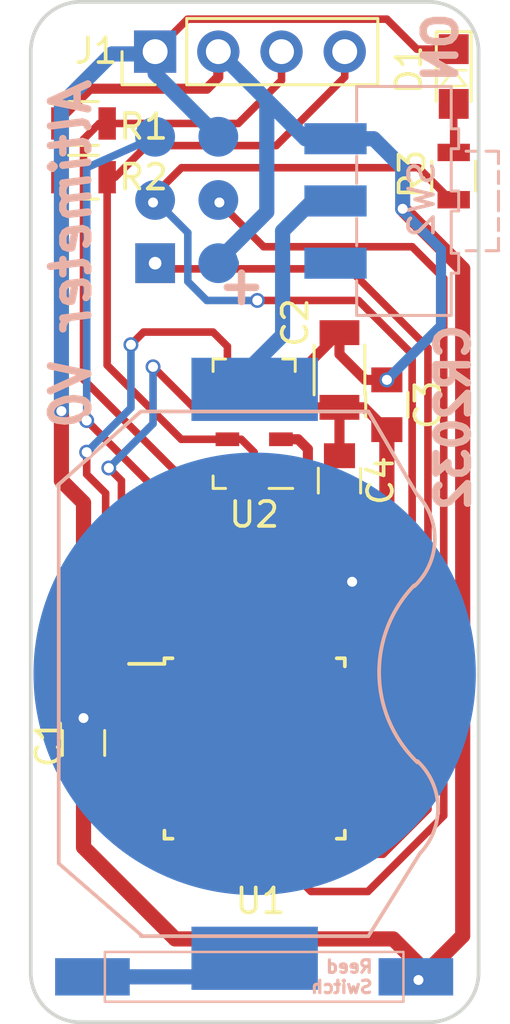
<source format=kicad_pcb>
(kicad_pcb (version 4) (host pcbnew 4.0.7)

  (general
    (links 42)
    (no_connects 1)
    (area 128.104999 73.524999 146.255001 114.675001)
    (thickness 1.6)
    (drawings 19)
    (tracks 207)
    (zones 0)
    (modules 15)
    (nets 33)
  )

  (page A4)
  (layers
    (0 F.Cu signal)
    (31 B.Cu signal)
    (32 B.Adhes user)
    (33 F.Adhes user)
    (34 B.Paste user)
    (35 F.Paste user)
    (36 B.SilkS user)
    (37 F.SilkS user)
    (38 B.Mask user)
    (39 F.Mask user)
    (40 Dwgs.User user hide)
    (41 Cmts.User user)
    (42 Eco1.User user)
    (43 Eco2.User user hide)
    (44 Edge.Cuts user)
    (45 Margin user)
    (46 B.CrtYd user)
    (47 F.CrtYd user)
    (48 B.Fab user)
    (49 F.Fab user hide)
  )

  (setup
    (last_trace_width 0.4064)
    (user_trace_width 0.254)
    (user_trace_width 0.3048)
    (user_trace_width 0.4064)
    (user_trace_width 0.6096)
    (trace_clearance 0.2)
    (zone_clearance 0.508)
    (zone_45_only no)
    (trace_min 0.2)
    (segment_width 0.2)
    (edge_width 0.15)
    (via_size 0.6)
    (via_drill 0.4)
    (via_min_size 0.4)
    (via_min_drill 0.3)
    (uvia_size 0.3)
    (uvia_drill 0.1)
    (uvias_allowed no)
    (uvia_min_size 0.2)
    (uvia_min_drill 0.1)
    (pcb_text_width 0.3)
    (pcb_text_size 1.5 1.5)
    (mod_edge_width 0.15)
    (mod_text_size 1 1)
    (mod_text_width 0.15)
    (pad_size 1.6 1.6)
    (pad_drill 0.508)
    (pad_to_mask_clearance 0)
    (aux_axis_origin -2.54 3.81)
    (grid_origin 170.18 101.6)
    (visible_elements 7FFFFFFF)
    (pcbplotparams
      (layerselection 0x00030_80000001)
      (usegerberextensions false)
      (excludeedgelayer true)
      (linewidth 0.100000)
      (plotframeref false)
      (viasonmask false)
      (mode 1)
      (useauxorigin false)
      (hpglpennumber 1)
      (hpglpenspeed 20)
      (hpglpendiameter 15)
      (hpglpenoverlay 2)
      (psnegative false)
      (psa4output false)
      (plotreference true)
      (plotvalue true)
      (plotinvisibletext false)
      (padsonsilk false)
      (subtractmaskfromsilk false)
      (outputformat 1)
      (mirror false)
      (drillshape 1)
      (scaleselection 1)
      (outputdirectory ""))
  )

  (net 0 "")
  (net 1 "Net-(BT1-Pad1)")
  (net 2 "Net-(D1-Pad2)")
  (net 3 GND)
  (net 4 VCC)
  (net 5 "Net-(C4-Pad1)")
  (net 6 /MISO)
  (net 7 /SCK)
  (net 8 /MOSI)
  (net 9 /RESET)
  (net 10 /SCL)
  (net 11 /SDA)
  (net 12 /INT2)
  (net 13 "Net-(U1-Pad2)")
  (net 14 "Net-(U1-Pad7)")
  (net 15 "Net-(U1-Pad8)")
  (net 16 "Net-(U1-Pad9)")
  (net 17 "Net-(U1-Pad10)")
  (net 18 "Net-(U1-Pad11)")
  (net 19 "Net-(U1-Pad12)")
  (net 20 "Net-(U1-Pad13)")
  (net 21 "Net-(U1-Pad14)")
  (net 22 "Net-(U1-Pad19)")
  (net 23 "Net-(U1-Pad20)")
  (net 24 "Net-(U1-Pad22)")
  (net 25 "Net-(U1-Pad23)")
  (net 26 "Net-(U1-Pad24)")
  (net 27 "Net-(U1-Pad25)")
  (net 28 "Net-(U1-Pad26)")
  (net 29 "Net-(U1-Pad30)")
  (net 30 "Net-(U1-Pad31)")
  (net 31 /INT1)
  (net 32 "Net-(SW2-Pad3)")

  (net_class Default "This is the default net class."
    (clearance 0.2)
    (trace_width 0.25)
    (via_dia 0.6)
    (via_drill 0.4)
    (uvia_dia 0.3)
    (uvia_drill 0.1)
    (add_net /INT1)
    (add_net /INT2)
    (add_net /MISO)
    (add_net /MOSI)
    (add_net /RESET)
    (add_net /SCK)
    (add_net /SCL)
    (add_net /SDA)
    (add_net GND)
    (add_net "Net-(BT1-Pad1)")
    (add_net "Net-(C4-Pad1)")
    (add_net "Net-(D1-Pad2)")
    (add_net "Net-(SW2-Pad3)")
    (add_net "Net-(U1-Pad10)")
    (add_net "Net-(U1-Pad11)")
    (add_net "Net-(U1-Pad12)")
    (add_net "Net-(U1-Pad13)")
    (add_net "Net-(U1-Pad14)")
    (add_net "Net-(U1-Pad19)")
    (add_net "Net-(U1-Pad2)")
    (add_net "Net-(U1-Pad20)")
    (add_net "Net-(U1-Pad22)")
    (add_net "Net-(U1-Pad23)")
    (add_net "Net-(U1-Pad24)")
    (add_net "Net-(U1-Pad25)")
    (add_net "Net-(U1-Pad26)")
    (add_net "Net-(U1-Pad30)")
    (add_net "Net-(U1-Pad31)")
    (add_net "Net-(U1-Pad7)")
    (add_net "Net-(U1-Pad8)")
    (add_net "Net-(U1-Pad9)")
    (add_net VCC)
  )

  (module LEDs:LED_0805 (layer F.Cu) (tedit 5B4A3517) (tstamp 5B4A3A59)
    (at 145.18 76.6 270)
    (descr "LED 0805 smd package")
    (tags "LED led 0805 SMD smd SMT smt smdled SMDLED smtled SMTLED")
    (path /5B4A84E5)
    (attr smd)
    (fp_text reference D1 (at -0.273 1.797 270) (layer F.SilkS)
      (effects (font (size 1 1) (thickness 0.15)))
    )
    (fp_text value LED (at 0 1.55 270) (layer F.Fab)
      (effects (font (size 1 1) (thickness 0.15)))
    )
    (fp_line (start -0.254 0) (end 0.381 -0.508) (layer F.SilkS) (width 0.1))
    (fp_line (start 0.381 -0.508) (end 0.381 0.508) (layer F.SilkS) (width 0.1))
    (fp_line (start 0.381 0.508) (end -0.254 0) (layer F.SilkS) (width 0.1))
    (fp_line (start -0.254 -0.508) (end -0.254 0.508) (layer F.SilkS) (width 0.1))
    (fp_line (start -1.8 -0.7) (end -1.8 0.7) (layer F.SilkS) (width 0.12))
    (fp_line (start -0.4 -0.4) (end -0.4 0.4) (layer F.Fab) (width 0.1))
    (fp_line (start -0.4 0) (end 0.2 -0.4) (layer F.Fab) (width 0.1))
    (fp_line (start 0.2 0.4) (end -0.4 0) (layer F.Fab) (width 0.1))
    (fp_line (start 0.2 -0.4) (end 0.2 0.4) (layer F.Fab) (width 0.1))
    (fp_line (start 1 0.6) (end -1 0.6) (layer F.Fab) (width 0.1))
    (fp_line (start 1 -0.6) (end 1 0.6) (layer F.Fab) (width 0.1))
    (fp_line (start -1 -0.6) (end 1 -0.6) (layer F.Fab) (width 0.1))
    (fp_line (start -1 0.6) (end -1 -0.6) (layer F.Fab) (width 0.1))
    (fp_line (start -1.8 0.7) (end 1 0.7) (layer F.SilkS) (width 0.12))
    (fp_line (start -1.8 -0.7) (end 1 -0.7) (layer F.SilkS) (width 0.12))
    (fp_line (start 1.95 -0.85) (end 1.95 0.85) (layer F.CrtYd) (width 0.05))
    (fp_line (start 1.95 0.85) (end -1.95 0.85) (layer F.CrtYd) (width 0.05))
    (fp_line (start -1.95 0.85) (end -1.95 -0.85) (layer F.CrtYd) (width 0.05))
    (fp_line (start -1.95 -0.85) (end 1.95 -0.85) (layer F.CrtYd) (width 0.05))
    (fp_text user %R (at 0 -1.25 270) (layer F.Fab)
      (effects (font (size 0.4 0.4) (thickness 0.1)))
    )
    (pad 2 smd rect (at 1.1 0 90) (size 1.2 1.2) (layers F.Cu F.Paste F.Mask)
      (net 2 "Net-(D1-Pad2)"))
    (pad 1 smd rect (at -1.1 0 90) (size 1.2 1.2) (layers F.Cu F.Paste F.Mask)
      (net 3 GND))
    (model ${KISYS3DMOD}/LEDs.3dshapes/LED_0805.wrl
      (at (xyz 0 0 0))
      (scale (xyz 1 1 1))
      (rotate (xyz 0 0 180))
    )
  )

  (module myFootPrints:BATT_CR2032_SMD (layer B.Cu) (tedit 56CFB5D2) (tstamp 5B4A0E4F)
    (at 137.18 100.6 270)
    (tags battery)
    (path /5AF1FE3D)
    (fp_text reference BT1 (at 0 -5.08 270) (layer B.SilkS) hide
      (effects (font (size 1.72974 1.08712) (thickness 0.27178)) (justify mirror))
    )
    (fp_text value Battery_Cell (at 0 2.54 270) (layer B.SilkS) hide
      (effects (font (size 1.524 1.016) (thickness 0.254)) (justify mirror))
    )
    (fp_line (start -7.1755 -6.5405) (end -10.541 -4.572) (layer B.SilkS) (width 0.15))
    (fp_line (start 7.1755 -6.6675) (end 10.541 -4.572) (layer B.SilkS) (width 0.15))
    (fp_arc (start -5.4229 -4.6355) (end -3.5179 -6.4135) (angle -90) (layer B.SilkS) (width 0.15))
    (fp_arc (start 5.4102 -4.7625) (end 7.1882 -6.6675) (angle -90) (layer B.SilkS) (width 0.15))
    (fp_arc (start -0.0635 -10.033) (end -3.556 -6.4135) (angle -90) (layer B.SilkS) (width 0.15))
    (fp_line (start 7.62 7.874) (end 10.541 4.5085) (layer B.SilkS) (width 0.15))
    (fp_line (start -10.541 4.572) (end -7.5565 7.9375) (layer B.SilkS) (width 0.15))
    (fp_line (start -7.62 7.874) (end 7.62 7.874) (layer B.SilkS) (width 0.15))
    (fp_line (start -10.541 -4.572) (end -10.541 4.572) (layer B.SilkS) (width 0.15))
    (fp_line (start 10.541 -4.572) (end 10.541 4.572) (layer B.SilkS) (width 0.15))
    (fp_circle (center 0 0) (end -10.16 0) (layer Dwgs.User) (width 0.15))
    (pad 2 smd circle (at 0 0 270) (size 17.78 17.78) (layers B.Cu B.Paste B.Mask)
      (net 3 GND))
    (pad 1 smd rect (at -11.43 0 270) (size 2.54 5.08) (layers B.Cu B.Paste B.Mask)
      (net 1 "Net-(BT1-Pad1)"))
    (pad 1 smd rect (at 11.43 0 270) (size 2.54 5.08) (layers B.Cu B.Paste B.Mask)
      (net 1 "Net-(BT1-Pad1)"))
  )

  (module footprints:REED_SWITCH (layer B.Cu) (tedit 5B4A3603) (tstamp 5B4A15D7)
    (at 137.16 112.776 180)
    (descr "Resistor SMD 1206, reflow soldering, Vishay (see dcrcw.pdf)")
    (tags "resistor 1206")
    (path /5B4A076E)
    (attr smd)
    (fp_text reference SW1 (at 0 1.85 180) (layer B.SilkS) hide
      (effects (font (size 1 1) (thickness 0.15)) (justify mirror))
    )
    (fp_text value SW_Reed (at 0 -1.143 180) (layer B.SilkS) hide
      (effects (font (size 1 1) (thickness 0.15)) (justify mirror))
    )
    (fp_line (start -6 1) (end 6 1) (layer B.SilkS) (width 0.1))
    (fp_line (start 6 1) (end 6 -1) (layer B.SilkS) (width 0.1))
    (fp_line (start 6 -1) (end -6 -1) (layer B.SilkS) (width 0.1))
    (fp_line (start -6 -1) (end -6 1) (layer B.SilkS) (width 0.1))
    (fp_text user %R (at 0 0 180) (layer B.Fab)
      (effects (font (size 0.7 0.7) (thickness 0.105)) (justify mirror))
    )
    (fp_line (start -2.15 1.11) (end 2.15 1.11) (layer B.CrtYd) (width 0.05))
    (fp_line (start -2.15 1.11) (end -2.15 -1.1) (layer B.CrtYd) (width 0.05))
    (fp_line (start 2.15 -1.1) (end 2.15 1.11) (layer B.CrtYd) (width 0.05))
    (fp_line (start 2.15 -1.1) (end -2.15 -1.1) (layer B.CrtYd) (width 0.05))
    (pad 1 smd rect (at -6.5 0 180) (size 3 1.5) (layers B.Cu B.Paste B.Mask)
      (net 4 VCC))
    (pad 2 smd rect (at 6.5 0 180) (size 3 1.5) (layers B.Cu B.Paste B.Mask)
      (net 1 "Net-(BT1-Pad1)"))
    (model ${KISYS3DMOD}/Resistors_SMD.3dshapes/R_1206.wrl
      (at (xyz 0 0 0))
      (scale (xyz 1 1 1))
      (rotate (xyz 0 0 0))
    )
  )

  (module Capacitors_SMD:C_0805 (layer F.Cu) (tedit 5B4A3552) (tstamp 5B4A3A16)
    (at 130.302 103.378 270)
    (descr "Capacitor SMD 0805, reflow soldering, AVX (see smccp.pdf)")
    (tags "capacitor 0805")
    (path /5B4A3F76)
    (attr smd)
    (fp_text reference C1 (at 0 1.397 270) (layer F.SilkS)
      (effects (font (size 1 1) (thickness 0.15)))
    )
    (fp_text value 0.1uF (at 0 1.75 270) (layer F.Fab)
      (effects (font (size 1 1) (thickness 0.15)))
    )
    (fp_text user %R (at 0 -1.5 270) (layer F.Fab)
      (effects (font (size 1 1) (thickness 0.15)))
    )
    (fp_line (start -1 0.62) (end -1 -0.62) (layer F.Fab) (width 0.1))
    (fp_line (start 1 0.62) (end -1 0.62) (layer F.Fab) (width 0.1))
    (fp_line (start 1 -0.62) (end 1 0.62) (layer F.Fab) (width 0.1))
    (fp_line (start -1 -0.62) (end 1 -0.62) (layer F.Fab) (width 0.1))
    (fp_line (start 0.5 -0.85) (end -0.5 -0.85) (layer F.SilkS) (width 0.12))
    (fp_line (start -0.5 0.85) (end 0.5 0.85) (layer F.SilkS) (width 0.12))
    (fp_line (start -1.75 -0.88) (end 1.75 -0.88) (layer F.CrtYd) (width 0.05))
    (fp_line (start -1.75 -0.88) (end -1.75 0.87) (layer F.CrtYd) (width 0.05))
    (fp_line (start 1.75 0.87) (end 1.75 -0.88) (layer F.CrtYd) (width 0.05))
    (fp_line (start 1.75 0.87) (end -1.75 0.87) (layer F.CrtYd) (width 0.05))
    (pad 1 smd rect (at -1 0 270) (size 1 1.25) (layers F.Cu F.Paste F.Mask)
      (net 3 GND))
    (pad 2 smd rect (at 1 0 270) (size 1 1.25) (layers F.Cu F.Paste F.Mask)
      (net 4 VCC))
    (model Capacitors_SMD.3dshapes/C_0805.wrl
      (at (xyz 0 0 0))
      (scale (xyz 1 1 1))
      (rotate (xyz 0 0 0))
    )
  )

  (module Capacitors_SMD:C_1206 (layer F.Cu) (tedit 5B4A353C) (tstamp 5B4A3A27)
    (at 140.589 88.392 270)
    (descr "Capacitor SMD 1206, reflow soldering, AVX (see smccp.pdf)")
    (tags "capacitor 1206")
    (path /5B4A34FF)
    (attr smd)
    (fp_text reference C2 (at -1.905 1.778 270) (layer F.SilkS)
      (effects (font (size 1 1) (thickness 0.15)))
    )
    (fp_text value 10uF (at 0 2 270) (layer F.Fab)
      (effects (font (size 1 1) (thickness 0.15)))
    )
    (fp_text user %R (at 0 -1.75 270) (layer F.Fab)
      (effects (font (size 1 1) (thickness 0.15)))
    )
    (fp_line (start -1.6 0.8) (end -1.6 -0.8) (layer F.Fab) (width 0.1))
    (fp_line (start 1.6 0.8) (end -1.6 0.8) (layer F.Fab) (width 0.1))
    (fp_line (start 1.6 -0.8) (end 1.6 0.8) (layer F.Fab) (width 0.1))
    (fp_line (start -1.6 -0.8) (end 1.6 -0.8) (layer F.Fab) (width 0.1))
    (fp_line (start 1 -1.02) (end -1 -1.02) (layer F.SilkS) (width 0.12))
    (fp_line (start -1 1.02) (end 1 1.02) (layer F.SilkS) (width 0.12))
    (fp_line (start -2.25 -1.05) (end 2.25 -1.05) (layer F.CrtYd) (width 0.05))
    (fp_line (start -2.25 -1.05) (end -2.25 1.05) (layer F.CrtYd) (width 0.05))
    (fp_line (start 2.25 1.05) (end 2.25 -1.05) (layer F.CrtYd) (width 0.05))
    (fp_line (start 2.25 1.05) (end -2.25 1.05) (layer F.CrtYd) (width 0.05))
    (pad 1 smd rect (at -1.5 0 270) (size 1 1.6) (layers F.Cu F.Paste F.Mask)
      (net 4 VCC))
    (pad 2 smd rect (at 1.5 0 270) (size 1 1.6) (layers F.Cu F.Paste F.Mask)
      (net 3 GND))
    (model Capacitors_SMD.3dshapes/C_1206.wrl
      (at (xyz 0 0 0))
      (scale (xyz 1 1 1))
      (rotate (xyz 0 0 0))
    )
  )

  (module Capacitors_SMD:C_0805 (layer F.Cu) (tedit 5B4A3541) (tstamp 5B4A3A38)
    (at 142.494 89.789 270)
    (descr "Capacitor SMD 0805, reflow soldering, AVX (see smccp.pdf)")
    (tags "capacitor 0805")
    (path /5B4A364F)
    (attr smd)
    (fp_text reference C3 (at 0 -1.651 270) (layer F.SilkS)
      (effects (font (size 1 1) (thickness 0.15)))
    )
    (fp_text value 0.1uF (at 0 1.75 270) (layer F.Fab)
      (effects (font (size 1 1) (thickness 0.15)))
    )
    (fp_text user %R (at 0 -1.5 270) (layer F.Fab)
      (effects (font (size 1 1) (thickness 0.15)))
    )
    (fp_line (start -1 0.62) (end -1 -0.62) (layer F.Fab) (width 0.1))
    (fp_line (start 1 0.62) (end -1 0.62) (layer F.Fab) (width 0.1))
    (fp_line (start 1 -0.62) (end 1 0.62) (layer F.Fab) (width 0.1))
    (fp_line (start -1 -0.62) (end 1 -0.62) (layer F.Fab) (width 0.1))
    (fp_line (start 0.5 -0.85) (end -0.5 -0.85) (layer F.SilkS) (width 0.12))
    (fp_line (start -0.5 0.85) (end 0.5 0.85) (layer F.SilkS) (width 0.12))
    (fp_line (start -1.75 -0.88) (end 1.75 -0.88) (layer F.CrtYd) (width 0.05))
    (fp_line (start -1.75 -0.88) (end -1.75 0.87) (layer F.CrtYd) (width 0.05))
    (fp_line (start 1.75 0.87) (end 1.75 -0.88) (layer F.CrtYd) (width 0.05))
    (fp_line (start 1.75 0.87) (end -1.75 0.87) (layer F.CrtYd) (width 0.05))
    (pad 1 smd rect (at -1 0 270) (size 1 1.25) (layers F.Cu F.Paste F.Mask)
      (net 4 VCC))
    (pad 2 smd rect (at 1 0 270) (size 1 1.25) (layers F.Cu F.Paste F.Mask)
      (net 3 GND))
    (model Capacitors_SMD.3dshapes/C_0805.wrl
      (at (xyz 0 0 0))
      (scale (xyz 1 1 1))
      (rotate (xyz 0 0 0))
    )
  )

  (module Capacitors_SMD:C_0805 (layer F.Cu) (tedit 5B4A3569) (tstamp 5B4A3A49)
    (at 140.589 92.837 90)
    (descr "Capacitor SMD 0805, reflow soldering, AVX (see smccp.pdf)")
    (tags "capacitor 0805")
    (path /5B4A29A6)
    (attr smd)
    (fp_text reference C4 (at 0 1.651 90) (layer F.SilkS)
      (effects (font (size 1 1) (thickness 0.15)))
    )
    (fp_text value 0.1uF (at 0 1.75 90) (layer F.Fab)
      (effects (font (size 1 1) (thickness 0.15)))
    )
    (fp_text user %R (at 0 -1.5 90) (layer F.Fab)
      (effects (font (size 1 1) (thickness 0.15)))
    )
    (fp_line (start -1 0.62) (end -1 -0.62) (layer F.Fab) (width 0.1))
    (fp_line (start 1 0.62) (end -1 0.62) (layer F.Fab) (width 0.1))
    (fp_line (start 1 -0.62) (end 1 0.62) (layer F.Fab) (width 0.1))
    (fp_line (start -1 -0.62) (end 1 -0.62) (layer F.Fab) (width 0.1))
    (fp_line (start 0.5 -0.85) (end -0.5 -0.85) (layer F.SilkS) (width 0.12))
    (fp_line (start -0.5 0.85) (end 0.5 0.85) (layer F.SilkS) (width 0.12))
    (fp_line (start -1.75 -0.88) (end 1.75 -0.88) (layer F.CrtYd) (width 0.05))
    (fp_line (start -1.75 -0.88) (end -1.75 0.87) (layer F.CrtYd) (width 0.05))
    (fp_line (start 1.75 0.87) (end 1.75 -0.88) (layer F.CrtYd) (width 0.05))
    (fp_line (start 1.75 0.87) (end -1.75 0.87) (layer F.CrtYd) (width 0.05))
    (pad 1 smd rect (at -1 0 90) (size 1 1.25) (layers F.Cu F.Paste F.Mask)
      (net 5 "Net-(C4-Pad1)"))
    (pad 2 smd rect (at 1 0 90) (size 1 1.25) (layers F.Cu F.Paste F.Mask)
      (net 3 GND))
    (model Capacitors_SMD.3dshapes/C_0805.wrl
      (at (xyz 0 0 0))
      (scale (xyz 1 1 1))
      (rotate (xyz 0 0 0))
    )
  )

  (module myFootPrints:AVR-ISP-6 (layer B.Cu) (tedit 5B4A3A0A) (tstamp 5B4A3A53)
    (at 133.18 84.1)
    (descr "6-lead dip package, row spacing 7.62 mm (300 mils)")
    (tags "dil dip 2.54 300")
    (path /5B4A5ED5)
    (fp_text reference CON1 (at 0 2.54) (layer B.SilkS) hide
      (effects (font (size 1 1) (thickness 0.15)) (justify mirror))
    )
    (fp_text value AVR-ISP-6 (at 0 3.72) (layer B.Fab) hide
      (effects (font (size 1 1) (thickness 0.15)) (justify mirror))
    )
    (pad 1 thru_hole rect (at 0 0) (size 1.6 1.6) (drill 0.508) (layers *.Cu B.Mask)
      (net 6 /MISO))
    (pad 2 smd circle (at 2.54 0) (size 1.6 1.6) (layers B.Cu B.Paste B.Mask)
      (net 4 VCC))
    (pad 3 smd oval (at 0 -2.54) (size 1.6 1.6) (layers B.Cu B.Paste B.Mask)
      (net 7 /SCK))
    (pad 4 smd oval (at 2.54 -2.54) (size 1.6 1.6) (layers B.Cu B.Paste B.Mask)
      (net 8 /MOSI))
    (pad 5 smd oval (at 0 -5.08) (size 1.6 1.6) (layers B.Cu B.Paste B.Mask)
      (net 9 /RESET))
    (pad 6 smd oval (at 2.54 -5.08) (size 1.6 1.6) (layers B.Cu B.Paste B.Mask)
      (net 3 GND))
  )

  (module Pin_Headers:Pin_Header_Straight_1x04_Pitch2.54mm (layer F.Cu) (tedit 5B4A358B) (tstamp 5B4A3A71)
    (at 133.18 75.6 90)
    (descr "Through hole straight pin header, 1x04, 2.54mm pitch, single row")
    (tags "Through hole pin header THT 1x04 2.54mm single row")
    (path /5B4A13C3)
    (fp_text reference J1 (at 0.035 -2.37 180) (layer F.SilkS)
      (effects (font (size 1 1) (thickness 0.15)))
    )
    (fp_text value Display (at 0 9.95 90) (layer F.Fab)
      (effects (font (size 1 1) (thickness 0.15)))
    )
    (fp_line (start -0.635 -1.27) (end 1.27 -1.27) (layer F.Fab) (width 0.1))
    (fp_line (start 1.27 -1.27) (end 1.27 8.89) (layer F.Fab) (width 0.1))
    (fp_line (start 1.27 8.89) (end -1.27 8.89) (layer F.Fab) (width 0.1))
    (fp_line (start -1.27 8.89) (end -1.27 -0.635) (layer F.Fab) (width 0.1))
    (fp_line (start -1.27 -0.635) (end -0.635 -1.27) (layer F.Fab) (width 0.1))
    (fp_line (start -1.33 8.95) (end 1.33 8.95) (layer F.SilkS) (width 0.12))
    (fp_line (start -1.33 1.27) (end -1.33 8.95) (layer F.SilkS) (width 0.12))
    (fp_line (start 1.33 1.27) (end 1.33 8.95) (layer F.SilkS) (width 0.12))
    (fp_line (start -1.33 1.27) (end 1.33 1.27) (layer F.SilkS) (width 0.12))
    (fp_line (start -1.33 0) (end -1.33 -1.33) (layer F.SilkS) (width 0.12))
    (fp_line (start -1.33 -1.33) (end 0 -1.33) (layer F.SilkS) (width 0.12))
    (fp_line (start -1.8 -1.8) (end -1.8 9.4) (layer F.CrtYd) (width 0.05))
    (fp_line (start -1.8 9.4) (end 1.8 9.4) (layer F.CrtYd) (width 0.05))
    (fp_line (start 1.8 9.4) (end 1.8 -1.8) (layer F.CrtYd) (width 0.05))
    (fp_line (start 1.8 -1.8) (end -1.8 -1.8) (layer F.CrtYd) (width 0.05))
    (fp_text user %R (at 0 3.81 180) (layer F.Fab)
      (effects (font (size 1 1) (thickness 0.15)))
    )
    (pad 1 thru_hole rect (at 0 0 90) (size 1.7 1.7) (drill 1) (layers *.Cu *.Mask)
      (net 3 GND))
    (pad 2 thru_hole oval (at 0 2.54 90) (size 1.7 1.7) (drill 1) (layers *.Cu *.Mask)
      (net 4 VCC))
    (pad 3 thru_hole oval (at 0 5.08 90) (size 1.7 1.7) (drill 1) (layers *.Cu *.Mask)
      (net 10 /SCL))
    (pad 4 thru_hole oval (at 0 7.62 90) (size 1.7 1.7) (drill 1) (layers *.Cu *.Mask)
      (net 11 /SDA))
    (model ${KISYS3DMOD}/Pin_Headers.3dshapes/Pin_Header_Straight_1x04_Pitch2.54mm.wrl
      (at (xyz 0 0 0))
      (scale (xyz 1 1 1))
      (rotate (xyz 0 0 0))
    )
  )

  (module Resistors_SMD:R_0805 (layer F.Cu) (tedit 5B4A3587) (tstamp 5B4A3A82)
    (at 130.302 78.486)
    (descr "Resistor SMD 0805, reflow soldering, Vishay (see dcrcw.pdf)")
    (tags "resistor 0805")
    (path /5B4A2460)
    (attr smd)
    (fp_text reference R1 (at 2.413 0.127) (layer F.SilkS)
      (effects (font (size 1 1) (thickness 0.15)))
    )
    (fp_text value 1K (at 0 1.75) (layer F.Fab)
      (effects (font (size 1 1) (thickness 0.15)))
    )
    (fp_text user %R (at 0 0) (layer F.Fab)
      (effects (font (size 0.5 0.5) (thickness 0.075)))
    )
    (fp_line (start -1 0.62) (end -1 -0.62) (layer F.Fab) (width 0.1))
    (fp_line (start 1 0.62) (end -1 0.62) (layer F.Fab) (width 0.1))
    (fp_line (start 1 -0.62) (end 1 0.62) (layer F.Fab) (width 0.1))
    (fp_line (start -1 -0.62) (end 1 -0.62) (layer F.Fab) (width 0.1))
    (fp_line (start 0.6 0.88) (end -0.6 0.88) (layer F.SilkS) (width 0.12))
    (fp_line (start -0.6 -0.88) (end 0.6 -0.88) (layer F.SilkS) (width 0.12))
    (fp_line (start -1.55 -0.9) (end 1.55 -0.9) (layer F.CrtYd) (width 0.05))
    (fp_line (start -1.55 -0.9) (end -1.55 0.9) (layer F.CrtYd) (width 0.05))
    (fp_line (start 1.55 0.9) (end 1.55 -0.9) (layer F.CrtYd) (width 0.05))
    (fp_line (start 1.55 0.9) (end -1.55 0.9) (layer F.CrtYd) (width 0.05))
    (pad 1 smd rect (at -0.95 0) (size 0.7 1.3) (layers F.Cu F.Paste F.Mask)
      (net 4 VCC))
    (pad 2 smd rect (at 0.95 0) (size 0.7 1.3) (layers F.Cu F.Paste F.Mask)
      (net 10 /SCL))
    (model ${KISYS3DMOD}/Resistors_SMD.3dshapes/R_0805.wrl
      (at (xyz 0 0 0))
      (scale (xyz 1 1 1))
      (rotate (xyz 0 0 0))
    )
  )

  (module Resistors_SMD:R_0805 (layer F.Cu) (tedit 5B4A3574) (tstamp 5B4A3A93)
    (at 130.302 80.645)
    (descr "Resistor SMD 0805, reflow soldering, Vishay (see dcrcw.pdf)")
    (tags "resistor 0805")
    (path /5B4A240C)
    (attr smd)
    (fp_text reference R2 (at 2.413 0) (layer F.SilkS)
      (effects (font (size 1 1) (thickness 0.15)))
    )
    (fp_text value 1K (at 0 1.75) (layer F.Fab)
      (effects (font (size 1 1) (thickness 0.15)))
    )
    (fp_text user %R (at 0 0) (layer F.Fab)
      (effects (font (size 0.5 0.5) (thickness 0.075)))
    )
    (fp_line (start -1 0.62) (end -1 -0.62) (layer F.Fab) (width 0.1))
    (fp_line (start 1 0.62) (end -1 0.62) (layer F.Fab) (width 0.1))
    (fp_line (start 1 -0.62) (end 1 0.62) (layer F.Fab) (width 0.1))
    (fp_line (start -1 -0.62) (end 1 -0.62) (layer F.Fab) (width 0.1))
    (fp_line (start 0.6 0.88) (end -0.6 0.88) (layer F.SilkS) (width 0.12))
    (fp_line (start -0.6 -0.88) (end 0.6 -0.88) (layer F.SilkS) (width 0.12))
    (fp_line (start -1.55 -0.9) (end 1.55 -0.9) (layer F.CrtYd) (width 0.05))
    (fp_line (start -1.55 -0.9) (end -1.55 0.9) (layer F.CrtYd) (width 0.05))
    (fp_line (start 1.55 0.9) (end 1.55 -0.9) (layer F.CrtYd) (width 0.05))
    (fp_line (start 1.55 0.9) (end -1.55 0.9) (layer F.CrtYd) (width 0.05))
    (pad 1 smd rect (at -0.95 0) (size 0.7 1.3) (layers F.Cu F.Paste F.Mask)
      (net 4 VCC))
    (pad 2 smd rect (at 0.95 0) (size 0.7 1.3) (layers F.Cu F.Paste F.Mask)
      (net 11 /SDA))
    (model ${KISYS3DMOD}/Resistors_SMD.3dshapes/R_0805.wrl
      (at (xyz 0 0 0))
      (scale (xyz 1 1 1))
      (rotate (xyz 0 0 0))
    )
  )

  (module Resistors_SMD:R_0805 (layer F.Cu) (tedit 5B4A35B2) (tstamp 5B4A3AA4)
    (at 145.18 80.6 270)
    (descr "Resistor SMD 0805, reflow soldering, Vishay (see dcrcw.pdf)")
    (tags "resistor 0805")
    (path /5B4A8477)
    (attr smd)
    (fp_text reference R3 (at -0.082 1.67 270) (layer F.SilkS)
      (effects (font (size 1 1) (thickness 0.15)))
    )
    (fp_text value 1K (at 0 1.75 270) (layer F.Fab)
      (effects (font (size 1 1) (thickness 0.15)))
    )
    (fp_text user %R (at 0 0 270) (layer F.Fab)
      (effects (font (size 0.5 0.5) (thickness 0.075)))
    )
    (fp_line (start -1 0.62) (end -1 -0.62) (layer F.Fab) (width 0.1))
    (fp_line (start 1 0.62) (end -1 0.62) (layer F.Fab) (width 0.1))
    (fp_line (start 1 -0.62) (end 1 0.62) (layer F.Fab) (width 0.1))
    (fp_line (start -1 -0.62) (end 1 -0.62) (layer F.Fab) (width 0.1))
    (fp_line (start 0.6 0.88) (end -0.6 0.88) (layer F.SilkS) (width 0.12))
    (fp_line (start -0.6 -0.88) (end 0.6 -0.88) (layer F.SilkS) (width 0.12))
    (fp_line (start -1.55 -0.9) (end 1.55 -0.9) (layer F.CrtYd) (width 0.05))
    (fp_line (start -1.55 -0.9) (end -1.55 0.9) (layer F.CrtYd) (width 0.05))
    (fp_line (start 1.55 0.9) (end 1.55 -0.9) (layer F.CrtYd) (width 0.05))
    (fp_line (start 1.55 0.9) (end -1.55 0.9) (layer F.CrtYd) (width 0.05))
    (pad 1 smd rect (at -0.95 0 270) (size 0.7 1.3) (layers F.Cu F.Paste F.Mask)
      (net 2 "Net-(D1-Pad2)"))
    (pad 2 smd rect (at 0.95 0 270) (size 0.7 1.3) (layers F.Cu F.Paste F.Mask)
      (net 7 /SCK))
    (model ${KISYS3DMOD}/Resistors_SMD.3dshapes/R_0805.wrl
      (at (xyz 0 0 0))
      (scale (xyz 1 1 1))
      (rotate (xyz 0 0 0))
    )
  )

  (module Buttons_Switches_SMD:SW_SPDT_CK-JS102011SAQN (layer B.Cu) (tedit 5B4A35BB) (tstamp 5B4A3AAD)
    (at 143.18 81.6 270)
    (descr http://www.ckswitches.com/media/1422/js.pdf)
    (tags "switch spdt")
    (path /5B4A3BF4)
    (attr smd)
    (fp_text reference SW2 (at -0.066 -0.711 270) (layer B.SilkS)
      (effects (font (size 1 1) (thickness 0.15)) (justify mirror))
    )
    (fp_text value SW_SPDT (at 0 2.9 270) (layer B.Fab)
      (effects (font (size 1 1) (thickness 0.15)) (justify mirror))
    )
    (fp_line (start -4.5 1.8) (end 4.5 1.8) (layer B.Fab) (width 0.1))
    (fp_line (start 4.5 1.8) (end 4.5 -1.8) (layer B.Fab) (width 0.1))
    (fp_line (start 4.5 -1.8) (end -4.4 -1.8) (layer B.Fab) (width 0.1))
    (fp_line (start -4.4 -1.8) (end -4.5 -1.8) (layer B.Fab) (width 0.1))
    (fp_line (start -4.5 -1.8) (end -4.5 -1.8) (layer B.Fab) (width 0.1))
    (fp_line (start -4.5 1.8) (end -4.5 -1.8) (layer B.Fab) (width 0.1))
    (fp_line (start -4.5 -1.8) (end -4.5 -1.8) (layer B.Fab) (width 0.1))
    (fp_text user %R (at 0 0 270) (layer B.Fab)
      (effects (font (size 1 1) (thickness 0.15)) (justify mirror))
    )
    (fp_line (start -1.5 -1.8) (end -1.5 -1.8) (layer B.Fab) (width 0.1))
    (fp_line (start 3.2 1.9) (end 4.6 1.9) (layer B.SilkS) (width 0.12))
    (fp_line (start 4.6 1.9) (end 4.6 -1.9) (layer B.SilkS) (width 0.12))
    (fp_line (start -4.6 -1.9) (end -4.6 1.9) (layer B.SilkS) (width 0.12))
    (fp_line (start -4.6 1.9) (end -3.2 1.9) (layer B.SilkS) (width 0.12))
    (fp_line (start 1.8 1.9) (end 0.7 1.9) (layer B.SilkS) (width 0.12))
    (fp_line (start 0.7 1.9) (end 0.7 1.9) (layer B.SilkS) (width 0.12))
    (fp_line (start -0.7 1.9) (end -1.8 1.9) (layer B.SilkS) (width 0.12))
    (fp_line (start -1.8 1.9) (end -1.8 1.9) (layer B.SilkS) (width 0.12))
    (fp_line (start 0.3 -1.8) (end 0.3 -2.1) (layer B.Fab) (width 0.1))
    (fp_line (start 0.3 -2.1) (end -0.3 -2.1) (layer B.Fab) (width 0.1))
    (fp_line (start -0.3 -2.1) (end -0.3 -1.8) (layer B.Fab) (width 0.1))
    (fp_line (start -0.3 -1.8) (end -0.3 -1.8) (layer B.Fab) (width 0.1))
    (fp_line (start -2.2 -1.8) (end -2.2 -2.1) (layer B.Fab) (width 0.1))
    (fp_line (start -2.2 -2.1) (end -2.8 -2.1) (layer B.Fab) (width 0.1))
    (fp_line (start -2.8 -2.1) (end -2.8 -1.8) (layer B.Fab) (width 0.1))
    (fp_line (start -2.8 -1.8) (end -2.8 -1.8) (layer B.Fab) (width 0.1))
    (fp_line (start 2.2 -1.8) (end 2.2 -2.1) (layer B.Fab) (width 0.1))
    (fp_line (start 2.2 -2.1) (end 2.8 -2.1) (layer B.Fab) (width 0.1))
    (fp_line (start 2.8 -2.1) (end 2.8 -1.8) (layer B.Fab) (width 0.1))
    (fp_line (start 2.8 -1.8) (end 2.8 -1.8) (layer B.Fab) (width 0.1))
    (fp_line (start 4.6 -1.9) (end 2.9 -1.9) (layer B.SilkS) (width 0.12))
    (fp_line (start 2.9 -1.9) (end 2.9 -2.2) (layer B.SilkS) (width 0.12))
    (fp_line (start 2.9 -2.2) (end 2.1 -2.2) (layer B.SilkS) (width 0.12))
    (fp_line (start 2.1 -2.2) (end 2.1 -1.9) (layer B.SilkS) (width 0.12))
    (fp_line (start 2.1 -1.9) (end 0.4 -1.9) (layer B.SilkS) (width 0.12))
    (fp_line (start 0.4 -1.9) (end 0.4 -2.2) (layer B.SilkS) (width 0.12))
    (fp_line (start 0.4 -2.2) (end -0.4 -2.2) (layer B.SilkS) (width 0.12))
    (fp_line (start -0.4 -2.2) (end -0.4 -1.9) (layer B.SilkS) (width 0.12))
    (fp_line (start -0.4 -1.9) (end -2.1 -1.9) (layer B.SilkS) (width 0.12))
    (fp_line (start -2.1 -1.9) (end -2.1 -2.2) (layer B.SilkS) (width 0.12))
    (fp_line (start -2.1 -2.2) (end -2.9 -2.2) (layer B.SilkS) (width 0.12))
    (fp_line (start -2.9 -2.2) (end -2.9 -1.9) (layer B.SilkS) (width 0.12))
    (fp_line (start -2.9 -1.9) (end -4.6 -1.9) (layer B.SilkS) (width 0.12))
    (fp_line (start -4.6 -1.9) (end -4.6 -1.9) (layer B.SilkS) (width 0.12))
    (fp_line (start -0.5 -1.8) (end -0.5 -3.8) (layer B.Fab) (width 0.1))
    (fp_line (start -0.5 -3.8) (end -2 -3.8) (layer B.Fab) (width 0.1))
    (fp_line (start -2 -3.8) (end -2 -1.8) (layer B.Fab) (width 0.1))
    (fp_line (start -2 -1.8) (end -2 -1.8) (layer B.Fab) (width 0.1))
    (fp_line (start -5 2.25) (end -5 -2.25) (layer B.CrtYd) (width 0.05))
    (fp_line (start -5 -2.25) (end -3.25 -2.25) (layer B.CrtYd) (width 0.05))
    (fp_line (start -3.25 -2.25) (end -3.25 -2.75) (layer B.CrtYd) (width 0.05))
    (fp_line (start -3.25 -2.75) (end -2.5 -2.75) (layer B.CrtYd) (width 0.05))
    (fp_line (start -2.5 -2.75) (end -2.5 -4.25) (layer B.CrtYd) (width 0.05))
    (fp_line (start -2.5 -4.25) (end 2.5 -4.25) (layer B.CrtYd) (width 0.05))
    (fp_line (start 2.5 -4.25) (end 2.5 -2.5) (layer B.CrtYd) (width 0.05))
    (fp_line (start 2.5 -2.5) (end 3.25 -2.5) (layer B.CrtYd) (width 0.05))
    (fp_line (start 3.25 -2.5) (end 3.25 -2.25) (layer B.CrtYd) (width 0.05))
    (fp_line (start 3.25 -2.25) (end 5 -2.25) (layer B.CrtYd) (width 0.05))
    (fp_line (start 5 -2.25) (end 5 2.25) (layer B.CrtYd) (width 0.05))
    (fp_line (start 5 2.25) (end 3.5 2.25) (layer B.CrtYd) (width 0.05))
    (fp_line (start 3.5 2.25) (end 3.5 4.5) (layer B.CrtYd) (width 0.05))
    (fp_line (start 3.5 4.5) (end -3.5 4.5) (layer B.CrtYd) (width 0.05))
    (fp_line (start -3.5 4.5) (end -3.5 2.25) (layer B.CrtYd) (width 0.05))
    (fp_line (start -3.5 2.25) (end -5 2.25) (layer B.CrtYd) (width 0.05))
    (fp_line (start -5 2.25) (end -5 2.25) (layer B.CrtYd) (width 0.05))
    (fp_line (start -2 -3.8) (end -2 -3.3) (layer B.SilkS) (width 0.12))
    (fp_line (start -2 -3.3) (end -2 -3.3) (layer B.SilkS) (width 0.12))
    (fp_line (start -2 -3.8) (end -1.5 -3.8) (layer B.SilkS) (width 0.12))
    (fp_line (start -1.5 -3.8) (end -1.5 -3.8) (layer B.SilkS) (width 0.12))
    (fp_line (start 2 -3.8) (end 1.5 -3.8) (layer B.SilkS) (width 0.12))
    (fp_line (start 1.5 -3.8) (end 1.5 -3.8) (layer B.SilkS) (width 0.12))
    (fp_line (start 2 -3.8) (end 2 -3.3) (layer B.SilkS) (width 0.12))
    (fp_line (start 2 -3.3) (end 2 -3.3) (layer B.SilkS) (width 0.12))
    (fp_line (start 2 -3) (end 2 -2.5) (layer B.SilkS) (width 0.12))
    (fp_line (start 2 -2.5) (end 2 -2.5) (layer B.SilkS) (width 0.12))
    (fp_line (start -2 -3) (end -2 -2.5) (layer B.SilkS) (width 0.12))
    (fp_line (start -2 -2.5) (end -2 -2.5) (layer B.SilkS) (width 0.12))
    (fp_line (start -1.2 -3.8) (end -0.7 -3.8) (layer B.SilkS) (width 0.12))
    (fp_line (start -0.7 -3.8) (end -0.7 -3.8) (layer B.SilkS) (width 0.12))
    (fp_line (start 1.2 -3.8) (end 0.7 -3.8) (layer B.SilkS) (width 0.12))
    (fp_line (start 0.7 -3.8) (end 0.7 -3.8) (layer B.SilkS) (width 0.12))
    (fp_line (start 0.4 -3.8) (end -0.4 -3.8) (layer B.SilkS) (width 0.12))
    (fp_line (start -0.4 -3.8) (end -0.4 -3.8) (layer B.SilkS) (width 0.12))
    (pad 1 smd rect (at -2.5 2.75 270) (size 1.25 2.5) (layers B.Cu B.Paste B.Mask)
      (net 4 VCC))
    (pad 2 smd rect (at 0 2.75 270) (size 1.25 2.5) (layers B.Cu B.Paste B.Mask)
      (net 1 "Net-(BT1-Pad1)"))
    (pad 3 smd rect (at 2.5 2.75 270) (size 1.25 2.5) (layers B.Cu B.Paste B.Mask)
      (net 32 "Net-(SW2-Pad3)"))
    (pad "" np_thru_hole circle (at -3.4 0 270) (size 0.9 0.9) (drill 0.9) (layers *.Cu *.Mask))
    (pad "" np_thru_hole circle (at 3.4 0 270) (size 0.9 0.9) (drill 0.9) (layers *.Cu *.Mask))
    (model ${KISYS3DMOD}/Buttons_Switches_SMD.3dshapes/SW_SPDT_CK-JS102011SAQN.wrl
      (at (xyz 0 0 0))
      (scale (xyz 1 1 1))
      (rotate (xyz 0 0 0))
    )
  )

  (module Housings_QFP:TQFP-32_7x7mm_Pitch0.8mm (layer F.Cu) (tedit 5B4A35FA) (tstamp 5B4A3AD1)
    (at 137.18 103.6)
    (descr "32-Lead Plastic Thin Quad Flatpack (PT) - 7x7x1.0 mm Body, 2.00 mm [TQFP] (see Microchip Packaging Specification 00000049BS.pdf)")
    (tags "QFP 0.8")
    (path /5B4A122E)
    (attr smd)
    (fp_text reference U1 (at 0.234 6.128) (layer F.SilkS)
      (effects (font (size 1 1) (thickness 0.15)))
    )
    (fp_text value ATMEGA328P-AU (at 0 6.05) (layer F.Fab)
      (effects (font (size 1 1) (thickness 0.15)))
    )
    (fp_text user %R (at 0 0) (layer F.Fab)
      (effects (font (size 1 1) (thickness 0.15)))
    )
    (fp_line (start -2.5 -3.5) (end 3.5 -3.5) (layer F.Fab) (width 0.15))
    (fp_line (start 3.5 -3.5) (end 3.5 3.5) (layer F.Fab) (width 0.15))
    (fp_line (start 3.5 3.5) (end -3.5 3.5) (layer F.Fab) (width 0.15))
    (fp_line (start -3.5 3.5) (end -3.5 -2.5) (layer F.Fab) (width 0.15))
    (fp_line (start -3.5 -2.5) (end -2.5 -3.5) (layer F.Fab) (width 0.15))
    (fp_line (start -5.3 -5.3) (end -5.3 5.3) (layer F.CrtYd) (width 0.05))
    (fp_line (start 5.3 -5.3) (end 5.3 5.3) (layer F.CrtYd) (width 0.05))
    (fp_line (start -5.3 -5.3) (end 5.3 -5.3) (layer F.CrtYd) (width 0.05))
    (fp_line (start -5.3 5.3) (end 5.3 5.3) (layer F.CrtYd) (width 0.05))
    (fp_line (start -3.625 -3.625) (end -3.625 -3.4) (layer F.SilkS) (width 0.15))
    (fp_line (start 3.625 -3.625) (end 3.625 -3.3) (layer F.SilkS) (width 0.15))
    (fp_line (start 3.625 3.625) (end 3.625 3.3) (layer F.SilkS) (width 0.15))
    (fp_line (start -3.625 3.625) (end -3.625 3.3) (layer F.SilkS) (width 0.15))
    (fp_line (start -3.625 -3.625) (end -3.3 -3.625) (layer F.SilkS) (width 0.15))
    (fp_line (start -3.625 3.625) (end -3.3 3.625) (layer F.SilkS) (width 0.15))
    (fp_line (start 3.625 3.625) (end 3.3 3.625) (layer F.SilkS) (width 0.15))
    (fp_line (start 3.625 -3.625) (end 3.3 -3.625) (layer F.SilkS) (width 0.15))
    (fp_line (start -3.625 -3.4) (end -5.05 -3.4) (layer F.SilkS) (width 0.15))
    (pad 1 smd rect (at -4.25 -2.8) (size 1.6 0.55) (layers F.Cu F.Paste F.Mask)
      (net 12 /INT2))
    (pad 2 smd rect (at -4.25 -2) (size 1.6 0.55) (layers F.Cu F.Paste F.Mask)
      (net 13 "Net-(U1-Pad2)"))
    (pad 3 smd rect (at -4.25 -1.2) (size 1.6 0.55) (layers F.Cu F.Paste F.Mask)
      (net 3 GND))
    (pad 4 smd rect (at -4.25 -0.4) (size 1.6 0.55) (layers F.Cu F.Paste F.Mask)
      (net 4 VCC))
    (pad 5 smd rect (at -4.25 0.4) (size 1.6 0.55) (layers F.Cu F.Paste F.Mask)
      (net 3 GND))
    (pad 6 smd rect (at -4.25 1.2) (size 1.6 0.55) (layers F.Cu F.Paste F.Mask)
      (net 4 VCC))
    (pad 7 smd rect (at -4.25 2) (size 1.6 0.55) (layers F.Cu F.Paste F.Mask)
      (net 14 "Net-(U1-Pad7)"))
    (pad 8 smd rect (at -4.25 2.8) (size 1.6 0.55) (layers F.Cu F.Paste F.Mask)
      (net 15 "Net-(U1-Pad8)"))
    (pad 9 smd rect (at -2.8 4.25 90) (size 1.6 0.55) (layers F.Cu F.Paste F.Mask)
      (net 16 "Net-(U1-Pad9)"))
    (pad 10 smd rect (at -2 4.25 90) (size 1.6 0.55) (layers F.Cu F.Paste F.Mask)
      (net 17 "Net-(U1-Pad10)"))
    (pad 11 smd rect (at -1.2 4.25 90) (size 1.6 0.55) (layers F.Cu F.Paste F.Mask)
      (net 18 "Net-(U1-Pad11)"))
    (pad 12 smd rect (at -0.4 4.25 90) (size 1.6 0.55) (layers F.Cu F.Paste F.Mask)
      (net 19 "Net-(U1-Pad12)"))
    (pad 13 smd rect (at 0.4 4.25 90) (size 1.6 0.55) (layers F.Cu F.Paste F.Mask)
      (net 20 "Net-(U1-Pad13)"))
    (pad 14 smd rect (at 1.2 4.25 90) (size 1.6 0.55) (layers F.Cu F.Paste F.Mask)
      (net 21 "Net-(U1-Pad14)"))
    (pad 15 smd rect (at 2 4.25 90) (size 1.6 0.55) (layers F.Cu F.Paste F.Mask)
      (net 8 /MOSI))
    (pad 16 smd rect (at 2.8 4.25 90) (size 1.6 0.55) (layers F.Cu F.Paste F.Mask)
      (net 6 /MISO))
    (pad 17 smd rect (at 4.25 2.8) (size 1.6 0.55) (layers F.Cu F.Paste F.Mask)
      (net 7 /SCK))
    (pad 18 smd rect (at 4.25 2) (size 1.6 0.55) (layers F.Cu F.Paste F.Mask)
      (net 4 VCC))
    (pad 19 smd rect (at 4.25 1.2) (size 1.6 0.55) (layers F.Cu F.Paste F.Mask)
      (net 22 "Net-(U1-Pad19)"))
    (pad 20 smd rect (at 4.25 0.4) (size 1.6 0.55) (layers F.Cu F.Paste F.Mask)
      (net 23 "Net-(U1-Pad20)"))
    (pad 21 smd rect (at 4.25 -0.4) (size 1.6 0.55) (layers F.Cu F.Paste F.Mask)
      (net 3 GND))
    (pad 22 smd rect (at 4.25 -1.2) (size 1.6 0.55) (layers F.Cu F.Paste F.Mask)
      (net 24 "Net-(U1-Pad22)"))
    (pad 23 smd rect (at 4.25 -2) (size 1.6 0.55) (layers F.Cu F.Paste F.Mask)
      (net 25 "Net-(U1-Pad23)"))
    (pad 24 smd rect (at 4.25 -2.8) (size 1.6 0.55) (layers F.Cu F.Paste F.Mask)
      (net 26 "Net-(U1-Pad24)"))
    (pad 25 smd rect (at 2.8 -4.25 90) (size 1.6 0.55) (layers F.Cu F.Paste F.Mask)
      (net 27 "Net-(U1-Pad25)"))
    (pad 26 smd rect (at 2 -4.25 90) (size 1.6 0.55) (layers F.Cu F.Paste F.Mask)
      (net 28 "Net-(U1-Pad26)"))
    (pad 27 smd rect (at 1.2 -4.25 90) (size 1.6 0.55) (layers F.Cu F.Paste F.Mask)
      (net 11 /SDA))
    (pad 28 smd rect (at 0.4 -4.25 90) (size 1.6 0.55) (layers F.Cu F.Paste F.Mask)
      (net 10 /SCL))
    (pad 29 smd rect (at -0.4 -4.25 90) (size 1.6 0.55) (layers F.Cu F.Paste F.Mask)
      (net 9 /RESET))
    (pad 30 smd rect (at -1.2 -4.25 90) (size 1.6 0.55) (layers F.Cu F.Paste F.Mask)
      (net 29 "Net-(U1-Pad30)"))
    (pad 31 smd rect (at -2 -4.25 90) (size 1.6 0.55) (layers F.Cu F.Paste F.Mask)
      (net 30 "Net-(U1-Pad31)"))
    (pad 32 smd rect (at -2.8 -4.25 90) (size 1.6 0.55) (layers F.Cu F.Paste F.Mask)
      (net 31 /INT1))
    (model ${KISYS3DMOD}/Housings_QFP.3dshapes/TQFP-32_7x7mm_Pitch0.8mm.wrl
      (at (xyz 0 0 0))
      (scale (xyz 1 1 1))
      (rotate (xyz 0 0 0))
    )
  )

  (module Housings_LGA:LGA-8_3x5mm_Pitch1.25mm (layer F.Cu) (tedit 58F5251A) (tstamp 5B4A3AEE)
    (at 137.16 90.551 180)
    (descr LGA-8)
    (tags "lga land grid array")
    (path /5B4A2B5B)
    (attr smd)
    (fp_text reference U2 (at 0 -3.65 180) (layer F.SilkS)
      (effects (font (size 1 1) (thickness 0.15)))
    )
    (fp_text value MPL3115A (at 0 3.65 180) (layer F.Fab)
      (effects (font (size 1 1) (thickness 0.15)))
    )
    (fp_text user %R (at 0 0 180) (layer F.Fab)
      (effects (font (size 0.5 0.5) (thickness 0.075)))
    )
    (fp_line (start 1.5 -2.5) (end 1.5 2.5) (layer F.Fab) (width 0.1))
    (fp_line (start 1.5 2.5) (end -1.5 2.5) (layer F.Fab) (width 0.1))
    (fp_line (start -1.5 2.5) (end -1.5 -1.75) (layer F.Fab) (width 0.1))
    (fp_line (start -1.5 -1.75) (end -0.75 -2.5) (layer F.Fab) (width 0.1))
    (fp_line (start -0.75 -2.5) (end 1.5 -2.5) (layer F.Fab) (width 0.1))
    (fp_line (start 1.15 -2.6) (end 1.65 -2.6) (layer F.SilkS) (width 0.12))
    (fp_line (start 1.65 -2.6) (end 1.65 -2.1) (layer F.SilkS) (width 0.12))
    (fp_line (start 1.65 2.1) (end 1.65 2.6) (layer F.SilkS) (width 0.12))
    (fp_line (start 1.65 2.6) (end 1.15 2.6) (layer F.SilkS) (width 0.12))
    (fp_line (start -1.15 2.6) (end -1.65 2.6) (layer F.SilkS) (width 0.12))
    (fp_line (start -1.65 2.6) (end -1.65 2.1) (layer F.SilkS) (width 0.12))
    (fp_line (start -1.55 -2.6) (end -0.6 -2.6) (layer F.SilkS) (width 0.12))
    (fp_line (start -1.8 -2.75) (end 1.8 -2.75) (layer F.CrtYd) (width 0.05))
    (fp_line (start -1.8 -2.75) (end -1.8 2.75) (layer F.CrtYd) (width 0.05))
    (fp_line (start 1.8 2.75) (end 1.8 -2.75) (layer F.CrtYd) (width 0.05))
    (fp_line (start 1.8 2.75) (end -1.8 2.75) (layer F.CrtYd) (width 0.05))
    (pad 4 smd rect (at -1.075 1.875 180) (size 0.95 0.55) (layers F.Cu F.Paste F.Mask)
      (net 4 VCC))
    (pad 1 smd rect (at -1.075 -1.875 180) (size 0.95 0.55) (layers F.Cu F.Paste F.Mask)
      (net 4 VCC))
    (pad 2 smd rect (at -1.075 -0.625 180) (size 0.95 0.55) (layers F.Cu F.Paste F.Mask)
      (net 5 "Net-(C4-Pad1)"))
    (pad 3 smd rect (at -1.075 0.625 180) (size 0.95 0.55) (layers F.Cu F.Paste F.Mask)
      (net 3 GND))
    (pad 8 smd rect (at 1.075 -1.875 180) (size 0.95 0.55) (layers F.Cu F.Paste F.Mask)
      (net 10 /SCL))
    (pad 7 smd rect (at 1.075 -0.625 180) (size 0.95 0.55) (layers F.Cu F.Paste F.Mask)
      (net 11 /SDA))
    (pad 6 smd rect (at 1.075 0.625 180) (size 0.95 0.55) (layers F.Cu F.Paste F.Mask)
      (net 31 /INT1))
    (pad 5 smd rect (at 1.075 1.875 180) (size 0.95 0.55) (layers F.Cu F.Paste F.Mask)
      (net 12 /INT2))
    (model ${KISYS3DMOD}/Housings_LGA.3dshapes/LGA-8_3x5mm_Pitch1.25mm.wrl
      (at (xyz 0 0 0))
      (scale (xyz 1 1 1))
      (rotate (xyz 0 0 0))
    )
  )

  (gr_text + (at 136.652 84.963) (layer B.SilkS)
    (effects (font (size 1.5 1.5) (thickness 0.3)) (justify mirror))
  )
  (gr_text "Altimeter V0" (at 129.794 83.693 90) (layer B.SilkS)
    (effects (font (size 1.5 1.5) (thickness 0.3) italic) (justify mirror))
  )
  (gr_text ON (at 144.653 75.438 90) (layer B.SilkS)
    (effects (font (size 1.27 1.27) (thickness 0.3)) (justify mirror))
  )
  (gr_text CR2032 (at 145.161 90.297 90) (layer B.SilkS)
    (effects (font (size 1.27 1.27) (thickness 0.3)) (justify mirror))
  )
  (gr_text "Reed\nSwitch" (at 141.986 112.776) (layer B.SilkS)
    (effects (font (size 0.508 0.508) (thickness 0.127)) (justify left mirror))
  )
  (gr_line (start 128.18 112.6) (end 128.18 75.6) (angle 90) (layer Edge.Cuts) (width 0.15))
  (gr_line (start 144.18 114.6) (end 130.18 114.6) (angle 90) (layer Edge.Cuts) (width 0.15))
  (gr_line (start 146.18 75.6) (end 146.18 112.6) (angle 90) (layer Edge.Cuts) (width 0.15))
  (gr_line (start 130.18 73.6) (end 144.18 73.6) (angle 90) (layer Edge.Cuts) (width 0.15))
  (gr_arc (start 144.18 75.6) (end 144.18 73.6) (angle 90) (layer Edge.Cuts) (width 0.15))
  (gr_arc (start 130.18 75.6) (end 128.18 75.6) (angle 90) (layer Edge.Cuts) (width 0.15))
  (gr_arc (start 130.18 112.6) (end 130.18 114.6) (angle 90) (layer Edge.Cuts) (width 0.15))
  (gr_arc (start 144.18 112.6) (end 146.18 112.6) (angle 90) (layer Edge.Cuts) (width 0.15))
  (gr_line (start 146.18 73.6) (end 146.18 114.6) (angle 90) (layer Dwgs.User) (width 0.2))
  (gr_line (start 128.18 73.6) (end 146.18 73.6) (angle 90) (layer Dwgs.User) (width 0.2))
  (gr_line (start 128.18 114.6) (end 128.18 73.6) (angle 90) (layer Dwgs.User) (width 0.2))
  (gr_line (start 146.18 114.6) (end 128.18 114.6) (angle 90) (layer Dwgs.User) (width 0.2))
  (dimension 12 (width 0.3) (layer Dwgs.User)
    (gr_text "12.000 mm" (at 135.18 70.25) (layer Dwgs.User)
      (effects (font (size 1.5 1.5) (thickness 0.3)))
    )
    (feature1 (pts (xy 141.18 75.6) (xy 141.18 68.9)))
    (feature2 (pts (xy 129.18 75.6) (xy 129.18 68.9)))
    (crossbar (pts (xy 129.18 71.6) (xy 141.18 71.6)))
    (arrow1a (pts (xy 141.18 71.6) (xy 140.053496 72.186421)))
    (arrow1b (pts (xy 141.18 71.6) (xy 140.053496 71.013579)))
    (arrow2a (pts (xy 129.18 71.6) (xy 130.306504 72.186421)))
    (arrow2b (pts (xy 129.18 71.6) (xy 130.306504 71.013579)))
  )
  (dimension 38 (width 0.3) (layer Dwgs.User)
    (gr_text "38.000 mm" (at 117.83 94.6 90) (layer Dwgs.User)
      (effects (font (size 1.5 1.5) (thickness 0.3)))
    )
    (feature1 (pts (xy 125.18 75.6) (xy 116.48 75.6)))
    (feature2 (pts (xy 125.18 113.6) (xy 116.48 113.6)))
    (crossbar (pts (xy 119.18 113.6) (xy 119.18 75.6)))
    (arrow1a (pts (xy 119.18 75.6) (xy 119.766421 76.726504)))
    (arrow1b (pts (xy 119.18 75.6) (xy 118.593579 76.726504)))
    (arrow2a (pts (xy 119.18 113.6) (xy 119.766421 112.473496)))
    (arrow2b (pts (xy 119.18 113.6) (xy 118.593579 112.473496)))
  )

  (segment (start 140.491 81.661) (end 140.43 81.6) (width 0.6096) (layer B.Cu) (net 1) (tstamp 5B4A44B9))
  (segment (start 137.18 89.17) (end 137.18 88.118) (width 0.6096) (layer B.Cu) (net 1))
  (segment (start 137.18 88.118) (end 138.303 86.995) (width 0.6096) (layer B.Cu) (net 1) (tstamp 5B4A44AD))
  (segment (start 138.303 86.995) (end 138.303 82.804) (width 0.6096) (layer B.Cu) (net 1) (tstamp 5B4A44AE))
  (segment (start 138.303 82.804) (end 139.507 81.6) (width 0.6096) (layer B.Cu) (net 1) (tstamp 5B4A44AF))
  (segment (start 139.507 81.6) (end 140.43 81.6) (width 0.6096) (layer B.Cu) (net 1) (tstamp 5B4A44B0))
  (segment (start 130.66 112.776) (end 136.434 112.776) (width 0.6096) (layer B.Cu) (net 1))
  (segment (start 136.434 112.776) (end 137.18 112.03) (width 0.6096) (layer B.Cu) (net 1) (tstamp 5B4A4085))
  (segment (start 137.799 112.649) (end 137.18 112.03) (width 0.6096) (layer B.Cu) (net 1) (tstamp 5B4A3E57))
  (segment (start 145.18 77.7) (end 145.18 79.65) (width 0.3048) (layer F.Cu) (net 2))
  (segment (start 145.18 75.5) (end 143.699 75.5) (width 0.3048) (layer F.Cu) (net 3))
  (segment (start 142.918 74.719) (end 142.494 74.295) (width 0.3048) (layer F.Cu) (net 3) (tstamp 5B4A41BC))
  (segment (start 142.494 74.295) (end 134.485 74.295) (width 0.3048) (layer F.Cu) (net 3) (tstamp 5B4A41BD))
  (segment (start 134.485 74.295) (end 133.18 75.6) (width 0.3048) (layer F.Cu) (net 3) (tstamp 5B4A41BE))
  (segment (start 143.699 75.5) (end 142.918 74.719) (width 0.3048) (layer F.Cu) (net 3) (tstamp 5B4A42FA))
  (segment (start 142.494 90.789) (end 142.494 95.504) (width 0.6096) (layer F.Cu) (net 3))
  (segment (start 141.097 96.901) (end 137.398 100.6) (width 0.6096) (layer B.Cu) (net 3) (tstamp 5B4A429F))
  (via (at 141.097 96.901) (size 0.6) (drill 0.4) (layers F.Cu B.Cu) (net 3))
  (segment (start 142.494 95.504) (end 141.097 96.901) (width 0.6096) (layer F.Cu) (net 3) (tstamp 5B4A429D))
  (segment (start 137.398 100.6) (end 137.18 100.6) (width 0.6096) (layer B.Cu) (net 3) (tstamp 5B4A42A0))
  (via (at 130.302 102.378) (size 0.6) (drill 0.4) (layers F.Cu B.Cu) (net 3))
  (segment (start 130.302 102.378) (end 132.08 100.6) (width 0.6096) (layer B.Cu) (net 3) (tstamp 5B4A4299))
  (segment (start 132.08 100.6) (end 137.18 100.6) (width 0.6096) (layer B.Cu) (net 3) (tstamp 5B4A429A))
  (segment (start 130.302 102.378) (end 130.302 93.726) (width 0.6096) (layer F.Cu) (net 3))
  (segment (start 131.445 75.692) (end 133.088 75.692) (width 0.6096) (layer B.Cu) (net 3) (tstamp 5B4A4293))
  (segment (start 129.413 77.724) (end 131.445 75.692) (width 0.6096) (layer B.Cu) (net 3) (tstamp 5B4A4292))
  (segment (start 129.413 82.296) (end 129.413 77.724) (width 0.6096) (layer B.Cu) (net 3) (tstamp 5B4A4291))
  (segment (start 129.413 85.598) (end 129.413 82.296) (width 0.6096) (layer B.Cu) (net 3) (tstamp 5B4A4290))
  (segment (start 129.413 90.043) (end 129.413 85.598) (width 0.6096) (layer B.Cu) (net 3) (tstamp 5B4A428F))
  (via (at 129.413 90.043) (size 0.6) (drill 0.4) (layers F.Cu B.Cu) (net 3))
  (segment (start 129.413 92.837) (end 129.413 90.043) (width 0.6096) (layer F.Cu) (net 3) (tstamp 5B4A428D))
  (segment (start 130.302 93.726) (end 129.413 92.837) (width 0.6096) (layer F.Cu) (net 3) (tstamp 5B4A428C))
  (segment (start 133.088 75.692) (end 133.18 75.6) (width 0.6096) (layer B.Cu) (net 3) (tstamp 5B4A4294))
  (segment (start 132.93 104) (end 131.813 104) (width 0.4064) (layer F.Cu) (net 3))
  (segment (start 131.813 104) (end 130.302 102.489) (width 0.4064) (layer F.Cu) (net 3) (tstamp 5B4A4288))
  (segment (start 130.302 102.489) (end 130.302 102.378) (width 0.4064) (layer F.Cu) (net 3) (tstamp 5B4A4289))
  (segment (start 132.93 102.4) (end 130.324 102.4) (width 0.6096) (layer F.Cu) (net 3))
  (segment (start 130.324 102.4) (end 130.302 102.378) (width 0.6096) (layer F.Cu) (net 3) (tstamp 5B4A4285))
  (segment (start 132.93 102.4) (end 136.741 102.4) (width 0.4064) (layer F.Cu) (net 3))
  (segment (start 137.592 103.251) (end 141.379 103.251) (width 0.4064) (layer F.Cu) (net 3) (tstamp 5B4A4280))
  (segment (start 136.741 102.4) (end 137.592 103.251) (width 0.4064) (layer F.Cu) (net 3) (tstamp 5B4A427F))
  (segment (start 141.379 103.251) (end 141.43 103.2) (width 0.4064) (layer F.Cu) (net 3) (tstamp 5B4A4281))
  (segment (start 140.589 89.892) (end 138.269 89.892) (width 0.4064) (layer F.Cu) (net 3))
  (segment (start 138.269 89.892) (end 138.235 89.926) (width 0.4064) (layer F.Cu) (net 3) (tstamp 5B4A4238))
  (segment (start 140.589 89.892) (end 140.589 91.837) (width 0.4064) (layer F.Cu) (net 3))
  (segment (start 142.494 90.789) (end 142.478 90.789) (width 0.4064) (layer F.Cu) (net 3))
  (segment (start 142.478 90.789) (end 141.581 89.892) (width 0.4064) (layer F.Cu) (net 3) (tstamp 5B4A4232))
  (segment (start 141.581 89.892) (end 140.589 89.892) (width 0.4064) (layer F.Cu) (net 3) (tstamp 5B4A4233))
  (segment (start 133.18 75.6) (end 133.18 76.48) (width 0.6096) (layer B.Cu) (net 3))
  (segment (start 133.18 76.48) (end 135.72 79.02) (width 0.6096) (layer B.Cu) (net 3) (tstamp 5B4A3E30))
  (via (at 142.494 88.789) (size 0.6) (drill 0.4) (layers F.Cu B.Cu) (net 4))
  (segment (start 141.621 88.789) (end 142.494 88.789) (width 0.4064) (layer F.Cu) (net 4) (tstamp 5B4A422F))
  (segment (start 140.589 87.757) (end 141.621 88.789) (width 0.4064) (layer F.Cu) (net 4) (tstamp 5B4A422E))
  (segment (start 140.589 86.892) (end 140.589 87.757) (width 0.4064) (layer F.Cu) (net 4))
  (segment (start 143.129 82.01) (end 143.129 81.915) (width 0.4064) (layer B.Cu) (net 4) (tstamp 5B4A44F9))
  (segment (start 144.669 83.55) (end 143.129 82.01) (width 0.4064) (layer B.Cu) (net 4) (tstamp 5B4A44F8))
  (segment (start 144.669 86.614) (end 144.669 83.55) (width 0.4064) (layer B.Cu) (net 4) (tstamp 5B4A44F7))
  (segment (start 142.494 88.789) (end 144.669 86.614) (width 0.4064) (layer B.Cu) (net 4) (tstamp 5B4A44F6))
  (segment (start 140.43 79.1) (end 141.965 79.1) (width 0.6096) (layer B.Cu) (net 4))
  (segment (start 141.965 79.1) (end 143.129 80.264) (width 0.6096) (layer B.Cu) (net 4) (tstamp 5B4A44EC))
  (segment (start 143.129 80.264) (end 143.129 81.915) (width 0.6096) (layer B.Cu) (net 4) (tstamp 5B4A44ED))
  (segment (start 145.542 111.125) (end 143.764 112.903) (width 0.6096) (layer F.Cu) (net 4) (tstamp 5B4A44F1))
  (via (at 143.129 81.915) (size 0.6) (drill 0.4) (layers F.Cu B.Cu) (net 4))
  (segment (start 143.129 81.915) (end 145.542 84.328) (width 0.6096) (layer F.Cu) (net 4) (tstamp 5B4A44EF))
  (segment (start 145.542 84.328) (end 145.542 111.125) (width 0.6096) (layer F.Cu) (net 4) (tstamp 5B4A44F0))
  (segment (start 133.985 111.252) (end 142.748 111.252) (width 0.6096) (layer F.Cu) (net 4))
  (segment (start 142.748 111.252) (end 143.764 112.268) (width 0.6096) (layer F.Cu) (net 4) (tstamp 5B4A44D2))
  (segment (start 143.764 112.268) (end 143.764 112.903) (width 0.6096) (layer F.Cu) (net 4) (tstamp 5B4A44D3))
  (segment (start 130.302 104.378) (end 130.302 107.569) (width 0.6096) (layer F.Cu) (net 4))
  (segment (start 130.302 107.569) (end 133.985 111.252) (width 0.6096) (layer F.Cu) (net 4) (tstamp 5B4A426B))
  (segment (start 143.764 112.903) (end 143.66 112.799) (width 0.6096) (layer B.Cu) (net 4) (tstamp 5B4A44D5))
  (via (at 143.764 112.903) (size 0.6) (drill 0.4) (layers F.Cu B.Cu) (net 4))
  (segment (start 143.66 112.799) (end 143.66 112.776) (width 0.6096) (layer B.Cu) (net 4) (tstamp 5B4A44D6))
  (segment (start 135.72 84.1) (end 135.72 83.99) (width 0.6096) (layer B.Cu) (net 4))
  (segment (start 135.72 83.99) (end 137.668 82.042) (width 0.6096) (layer B.Cu) (net 4) (tstamp 5B4A44A6))
  (segment (start 137.668 82.042) (end 137.668 77.548) (width 0.6096) (layer B.Cu) (net 4) (tstamp 5B4A44A7))
  (segment (start 140.43 79.1) (end 139.22 79.1) (width 0.6096) (layer B.Cu) (net 4))
  (segment (start 139.22 79.1) (end 137.668 77.548) (width 0.6096) (layer B.Cu) (net 4) (tstamp 5B4A44A3))
  (segment (start 137.668 77.548) (end 135.72 75.6) (width 0.6096) (layer B.Cu) (net 4) (tstamp 5B4A44AA))
  (segment (start 141.43 105.6) (end 142.510398 105.6) (width 0.4064) (layer F.Cu) (net 4))
  (segment (start 138.235 93.277) (end 138.235 92.426) (width 0.4064) (layer F.Cu) (net 4) (tstamp 5B4A42AA))
  (segment (start 139.065 94.107) (end 138.235 93.277) (width 0.4064) (layer F.Cu) (net 4) (tstamp 5B4A42A9))
  (segment (start 139.065 96.52) (end 139.065 94.107) (width 0.4064) (layer F.Cu) (net 4) (tstamp 5B4A42A7))
  (segment (start 142.875 100.33) (end 139.065 96.52) (width 0.4064) (layer F.Cu) (net 4) (tstamp 5B4A42A5))
  (segment (start 142.875 105.235398) (end 142.875 100.33) (width 0.4064) (layer F.Cu) (net 4) (tstamp 5B4A42A4))
  (segment (start 142.510398 105.6) (end 142.875 105.235398) (width 0.4064) (layer F.Cu) (net 4) (tstamp 5B4A42A3))
  (segment (start 132.93 103.2) (end 135.712 103.2) (width 0.4064) (layer F.Cu) (net 4))
  (segment (start 135.712 103.2) (end 137.312 104.8) (width 0.4064) (layer F.Cu) (net 4) (tstamp 5B4A4279))
  (segment (start 132.93 104.8) (end 137.312 104.8) (width 0.4064) (layer F.Cu) (net 4))
  (segment (start 138.112 105.6) (end 141.43 105.6) (width 0.4064) (layer F.Cu) (net 4) (tstamp 5B4A4276))
  (segment (start 137.312 104.8) (end 138.112 105.6) (width 0.4064) (layer F.Cu) (net 4) (tstamp 5B4A4275))
  (segment (start 132.93 104.8) (end 130.724 104.8) (width 0.6096) (layer F.Cu) (net 4))
  (segment (start 130.724 104.8) (end 130.302 104.378) (width 0.6096) (layer F.Cu) (net 4) (tstamp 5B4A4272))
  (segment (start 138.235 88.676) (end 138.805 88.676) (width 0.4064) (layer F.Cu) (net 4))
  (segment (start 138.805 88.676) (end 140.589 86.892) (width 0.4064) (layer F.Cu) (net 4) (tstamp 5B4A422B))
  (segment (start 129.352 78.486) (end 129.352 78.293) (width 0.4064) (layer F.Cu) (net 4))
  (segment (start 129.352 78.293) (end 130.556 77.089) (width 0.4064) (layer F.Cu) (net 4) (tstamp 5B4A4163))
  (segment (start 135.72 76.624) (end 135.72 75.6) (width 0.4064) (layer F.Cu) (net 4) (tstamp 5B4A4166))
  (segment (start 135.255 77.089) (end 135.72 76.624) (width 0.4064) (layer F.Cu) (net 4) (tstamp 5B4A4165))
  (segment (start 130.556 77.089) (end 135.255 77.089) (width 0.4064) (layer F.Cu) (net 4) (tstamp 5B4A4164))
  (segment (start 129.352 80.645) (end 129.352 78.486) (width 0.4064) (layer F.Cu) (net 4))
  (segment (start 135.72 84.1) (end 136.245 84.1) (width 0.6096) (layer B.Cu) (net 4))
  (segment (start 140.589 93.837) (end 140.573 93.837) (width 0.4064) (layer F.Cu) (net 5))
  (segment (start 140.573 93.837) (end 139.319 92.583) (width 0.4064) (layer F.Cu) (net 5) (tstamp 5B4A423B))
  (segment (start 139.319 92.583) (end 139.319 91.567) (width 0.4064) (layer F.Cu) (net 5) (tstamp 5B4A423C))
  (segment (start 139.319 91.567) (end 138.928 91.176) (width 0.4064) (layer F.Cu) (net 5) (tstamp 5B4A423D))
  (segment (start 138.928 91.176) (end 138.235 91.176) (width 0.4064) (layer F.Cu) (net 5) (tstamp 5B4A423E))
  (segment (start 133.408 84.328) (end 137.414 84.328) (width 0.3048) (layer F.Cu) (net 6))
  (segment (start 142.34 107.85) (end 144.145 106.045) (width 0.3048) (layer F.Cu) (net 6) (tstamp 5B4A3E8F))
  (segment (start 144.145 106.045) (end 144.145 87.503) (width 0.3048) (layer F.Cu) (net 6) (tstamp 5B4A3E91))
  (segment (start 144.145 87.503) (end 140.97 84.328) (width 0.3048) (layer F.Cu) (net 6) (tstamp 5B4A3E93))
  (segment (start 140.97 84.328) (end 137.414 84.328) (width 0.3048) (layer F.Cu) (net 6) (tstamp 5B4A3E95))
  (segment (start 142.34 107.85) (end 139.98 107.85) (width 0.3048) (layer F.Cu) (net 6))
  (segment (start 133.408 84.328) (end 133.18 84.1) (width 0.3048) (layer F.Cu) (net 6) (tstamp 5B4A3EA4))
  (segment (start 145.18 81.55) (end 145.05 81.55) (width 0.3048) (layer F.Cu) (net 7))
  (segment (start 145.05 81.55) (end 143.764 80.264) (width 0.3048) (layer F.Cu) (net 7) (tstamp 5B4A42FF))
  (segment (start 143.764 80.264) (end 134.239 80.264) (width 0.3048) (layer F.Cu) (net 7) (tstamp 5B4A4300))
  (segment (start 134.239 80.264) (end 134.051 80.452) (width 0.3048) (layer F.Cu) (net 7) (tstamp 5B4A4302))
  (segment (start 133.096 81.661) (end 133.18 81.577) (width 0.3048) (layer B.Cu) (net 7) (tstamp 5B4A4251))
  (via (at 133.096 81.661) (size 0.6) (drill 0.4) (layers F.Cu B.Cu) (net 7))
  (segment (start 133.096 81.407) (end 133.096 81.661) (width 0.3048) (layer F.Cu) (net 7) (tstamp 5B4A424F))
  (segment (start 134.051 80.452) (end 133.096 81.407) (width 0.3048) (layer F.Cu) (net 7) (tstamp 5B4A424E))
  (segment (start 133.18 81.577) (end 133.18 81.56) (width 0.3048) (layer B.Cu) (net 7) (tstamp 5B4A4252))
  (via (at 137.287 85.598) (size 0.6) (drill 0.4) (layers F.Cu B.Cu) (net 7))
  (segment (start 142.774 106.4) (end 143.51 105.664) (width 0.3048) (layer F.Cu) (net 7) (tstamp 5B4A3E83))
  (segment (start 143.51 105.664) (end 143.51 87.757) (width 0.3048) (layer F.Cu) (net 7) (tstamp 5B4A3E84))
  (segment (start 143.51 87.757) (end 141.351 85.598) (width 0.3048) (layer F.Cu) (net 7) (tstamp 5B4A3E85))
  (segment (start 141.351 85.598) (end 137.287 85.598) (width 0.3048) (layer F.Cu) (net 7) (tstamp 5B4A3E86))
  (segment (start 141.43 106.4) (end 142.774 106.4) (width 0.3048) (layer F.Cu) (net 7))
  (segment (start 134.493 82.873) (end 133.18 81.56) (width 0.3048) (layer B.Cu) (net 7) (tstamp 5B4A4136))
  (segment (start 134.493 84.836) (end 134.493 82.873) (width 0.3048) (layer B.Cu) (net 7) (tstamp 5B4A4135))
  (segment (start 135.255 85.598) (end 134.493 84.836) (width 0.3048) (layer B.Cu) (net 7) (tstamp 5B4A4134))
  (segment (start 137.287 85.598) (end 135.255 85.598) (width 0.3048) (layer B.Cu) (net 7) (tstamp 5B4A4133))
  (segment (start 133.197 81.56) (end 133.18 81.56) (width 0.3048) (layer B.Cu) (net 7) (tstamp 5B4A3E8C))
  (segment (start 139.18 107.85) (end 139.18 109.081) (width 0.3048) (layer F.Cu) (net 8))
  (segment (start 135.763 81.661) (end 135.72 81.618) (width 0.3048) (layer B.Cu) (net 8) (tstamp 5B4A3EB3))
  (via (at 135.763 81.661) (size 0.6) (drill 0.4) (layers F.Cu B.Cu) (net 8))
  (segment (start 137.541 83.439) (end 135.763 81.661) (width 0.3048) (layer F.Cu) (net 8) (tstamp 5B4A3EB0))
  (segment (start 143.51 83.439) (end 137.541 83.439) (width 0.3048) (layer F.Cu) (net 8) (tstamp 5B4A3EAE))
  (segment (start 144.78 84.709) (end 143.51 83.439) (width 0.3048) (layer F.Cu) (net 8) (tstamp 5B4A3EAD))
  (segment (start 144.78 106.299) (end 144.78 84.709) (width 0.3048) (layer F.Cu) (net 8) (tstamp 5B4A3EAB))
  (segment (start 141.732 109.347) (end 144.78 106.299) (width 0.3048) (layer F.Cu) (net 8) (tstamp 5B4A3EA9))
  (segment (start 139.446 109.347) (end 141.732 109.347) (width 0.3048) (layer F.Cu) (net 8) (tstamp 5B4A3EA8))
  (segment (start 139.18 109.081) (end 139.446 109.347) (width 0.3048) (layer F.Cu) (net 8) (tstamp 5B4A3EA7))
  (segment (start 135.72 81.618) (end 135.72 81.56) (width 0.3048) (layer B.Cu) (net 8) (tstamp 5B4A3EB4))
  (segment (start 133.18 79.02) (end 133.18 79.037) (width 0.3048) (layer B.Cu) (net 9))
  (segment (start 133.18 79.037) (end 130.429 80.264) (width 0.3048) (layer B.Cu) (net 9) (tstamp 5B4A425F))
  (segment (start 136.78 96.775) (end 136.78 99.35) (width 0.3048) (layer F.Cu) (net 9) (tstamp 5B4A4264))
  (segment (start 130.429 90.424) (end 136.78 96.775) (width 0.3048) (layer F.Cu) (net 9) (tstamp 5B4A4263))
  (via (at 130.429 90.424) (size 0.6) (drill 0.4) (layers F.Cu B.Cu) (net 9))
  (segment (start 130.429 80.264) (end 130.429 90.424) (width 0.3048) (layer B.Cu) (net 9) (tstamp 5B4A4260))
  (segment (start 132.816 79.02) (end 133.18 79.02) (width 0.3048) (layer B.Cu) (net 9) (tstamp 5B4A425B))
  (segment (start 133.122 79.02) (end 133.18 79.02) (width 0.3048) (layer B.Cu) (net 9) (tstamp 5B4A40BB))
  (segment (start 131.252 78.486) (end 132.969 78.486) (width 0.3048) (layer F.Cu) (net 10))
  (segment (start 138.26 76.751) (end 138.26 75.6) (width 0.3048) (layer F.Cu) (net 10) (tstamp 5B4A4152))
  (segment (start 136.521802 78.486) (end 138.26 76.751) (width 0.3048) (layer F.Cu) (net 10) (tstamp 5B4A4151))
  (segment (start 132.965802 78.486) (end 136.521802 78.486) (width 0.3048) (layer F.Cu) (net 10) (tstamp 5B4A4150))
  (segment (start 132.969 78.486) (end 132.965802 78.486) (width 0.3048) (layer F.Cu) (net 10) (tstamp 5B4A414F))
  (segment (start 134.62 92.426) (end 133.955 92.426) (width 0.3048) (layer F.Cu) (net 10))
  (segment (start 130.302 79.121) (end 130.937 78.486) (width 0.3048) (layer F.Cu) (net 10) (tstamp 5B4A414B))
  (segment (start 130.302 88.773) (end 130.302 79.121) (width 0.3048) (layer F.Cu) (net 10) (tstamp 5B4A4149))
  (segment (start 133.955 92.426) (end 130.302 88.773) (width 0.3048) (layer F.Cu) (net 10) (tstamp 5B4A4148))
  (segment (start 130.937 78.486) (end 131.252 78.486) (width 0.3048) (layer F.Cu) (net 10) (tstamp 5B4A414C))
  (segment (start 136.085 92.426) (end 134.62 92.426) (width 0.3048) (layer F.Cu) (net 10))
  (segment (start 134.62 92.426) (end 134.59 92.426) (width 0.3048) (layer F.Cu) (net 10) (tstamp 5B4A4146))
  (segment (start 137.58 99.35) (end 137.58 95.416) (width 0.3048) (layer F.Cu) (net 10))
  (segment (start 136.085 93.921) (end 136.085 92.426) (width 0.3048) (layer F.Cu) (net 10) (tstamp 5B4A4056))
  (segment (start 137.58 95.416) (end 136.085 93.921) (width 0.3048) (layer F.Cu) (net 10) (tstamp 5B4A4054))
  (segment (start 134.239 91.176) (end 134.229 91.176) (width 0.3048) (layer F.Cu) (net 11))
  (segment (start 134.229 91.176) (end 131.252 88.199) (width 0.3048) (layer F.Cu) (net 11) (tstamp 5B4A4140))
  (segment (start 131.252 88.199) (end 131.252 80.645) (width 0.3048) (layer F.Cu) (net 11) (tstamp 5B4A4141))
  (segment (start 131.252 80.645) (end 131.572 80.645) (width 0.3048) (layer F.Cu) (net 11))
  (segment (start 131.572 80.645) (end 132.842 79.375) (width 0.3048) (layer F.Cu) (net 11) (tstamp 5B4A4117))
  (segment (start 140.8 76.624) (end 140.8 75.6) (width 0.3048) (layer F.Cu) (net 11) (tstamp 5B4A411C))
  (segment (start 138.049 79.375) (end 140.8 76.624) (width 0.3048) (layer F.Cu) (net 11) (tstamp 5B4A411A))
  (segment (start 132.842 79.375) (end 138.049 79.375) (width 0.3048) (layer F.Cu) (net 11) (tstamp 5B4A4118))
  (segment (start 136.085 91.176) (end 134.239 91.176) (width 0.3048) (layer F.Cu) (net 11))
  (segment (start 140.843 75.643) (end 140.8 75.6) (width 0.3048) (layer F.Cu) (net 11) (tstamp 5B4A40CD))
  (segment (start 138.38 99.35) (end 138.38 94.946) (width 0.3048) (layer F.Cu) (net 11))
  (segment (start 136.642 91.176) (end 136.085 91.176) (width 0.3048) (layer F.Cu) (net 11) (tstamp 5B4A405F))
  (segment (start 137.16 91.694) (end 136.642 91.176) (width 0.3048) (layer F.Cu) (net 11) (tstamp 5B4A405E))
  (segment (start 137.16 93.726) (end 137.16 91.694) (width 0.3048) (layer F.Cu) (net 11) (tstamp 5B4A405C))
  (segment (start 138.38 94.946) (end 137.16 93.726) (width 0.3048) (layer F.Cu) (net 11) (tstamp 5B4A405A))
  (segment (start 132.93 100.8) (end 132.169 100.8) (width 0.3048) (layer F.Cu) (net 12))
  (segment (start 132.169 100.8) (end 131.191 99.822) (width 0.3048) (layer F.Cu) (net 12) (tstamp 5B4A42C3))
  (segment (start 131.191 99.822) (end 131.191 93.345) (width 0.3048) (layer F.Cu) (net 12) (tstamp 5B4A42C4))
  (segment (start 131.191 93.345) (end 130.429 92.583) (width 0.3048) (layer F.Cu) (net 12) (tstamp 5B4A42C5))
  (segment (start 130.429 92.583) (end 130.429 91.694) (width 0.3048) (layer F.Cu) (net 12) (tstamp 5B4A42C6))
  (via (at 130.429 91.694) (size 0.6) (drill 0.4) (layers F.Cu B.Cu) (net 12))
  (segment (start 130.429 91.694) (end 132.207 89.916) (width 0.3048) (layer B.Cu) (net 12) (tstamp 5B4A42C8))
  (segment (start 132.207 89.916) (end 132.207 87.376) (width 0.3048) (layer B.Cu) (net 12) (tstamp 5B4A42C9))
  (via (at 132.207 87.376) (size 0.6) (drill 0.4) (layers F.Cu B.Cu) (net 12))
  (segment (start 132.207 87.376) (end 132.715 86.868) (width 0.3048) (layer F.Cu) (net 12) (tstamp 5B4A42CC))
  (segment (start 132.715 86.868) (end 135.509 86.868) (width 0.3048) (layer F.Cu) (net 12) (tstamp 5B4A42CD))
  (segment (start 135.509 86.868) (end 136.085 87.444) (width 0.3048) (layer F.Cu) (net 12) (tstamp 5B4A42CE))
  (segment (start 136.085 87.444) (end 136.085 88.676) (width 0.3048) (layer F.Cu) (net 12) (tstamp 5B4A42CF))
  (segment (start 134.38 99.35) (end 132.624 99.35) (width 0.3048) (layer F.Cu) (net 31))
  (segment (start 134.757 89.926) (end 136.085 89.926) (width 0.3048) (layer F.Cu) (net 31) (tstamp 5B4A42DB))
  (segment (start 133.096 88.265) (end 134.757 89.926) (width 0.3048) (layer F.Cu) (net 31) (tstamp 5B4A42DA))
  (via (at 133.096 88.265) (size 0.6) (drill 0.4) (layers F.Cu B.Cu) (net 31))
  (segment (start 133.096 90.551) (end 133.096 88.265) (width 0.3048) (layer B.Cu) (net 31) (tstamp 5B4A42D7))
  (segment (start 131.318 92.329) (end 133.096 90.551) (width 0.3048) (layer B.Cu) (net 31) (tstamp 5B4A42D6))
  (via (at 131.318 92.329) (size 0.6) (drill 0.4) (layers F.Cu B.Cu) (net 31))
  (segment (start 131.826 92.837) (end 131.318 92.329) (width 0.3048) (layer F.Cu) (net 31) (tstamp 5B4A42D4))
  (segment (start 131.826 98.552) (end 131.826 92.837) (width 0.3048) (layer F.Cu) (net 31) (tstamp 5B4A42D3))
  (segment (start 132.624 99.35) (end 131.826 98.552) (width 0.3048) (layer F.Cu) (net 31) (tstamp 5B4A42D2))
  (segment (start 136.085 89.926) (end 134.737 89.926) (width 0.3048) (layer F.Cu) (net 31))

)

</source>
